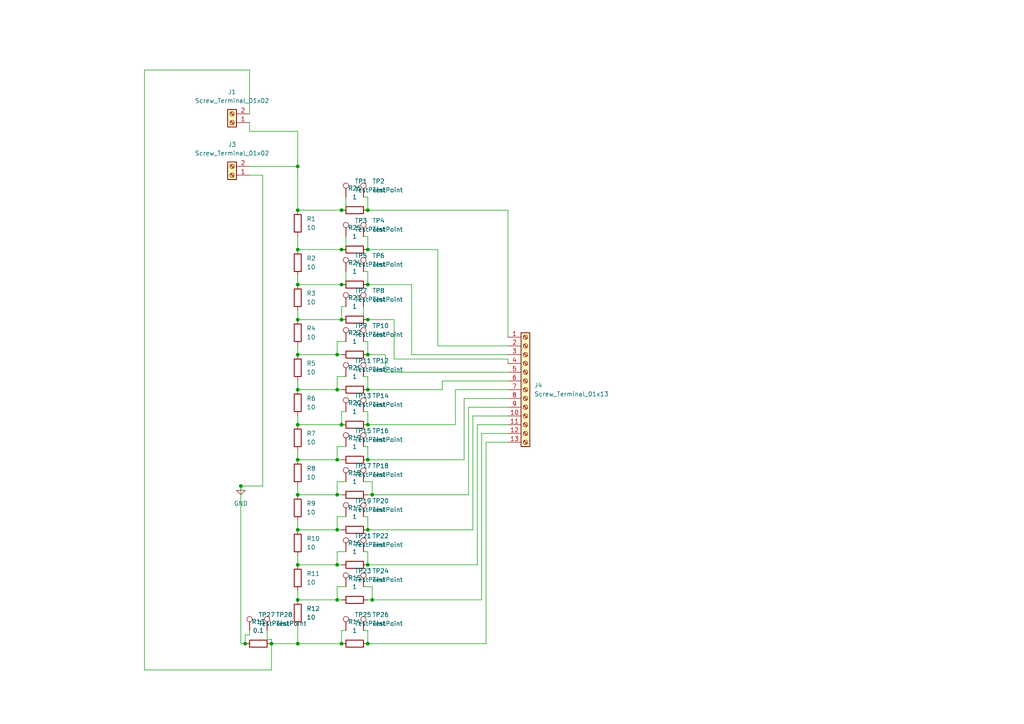
<source format=kicad_sch>
(kicad_sch (version 20231120) (generator "eeschema") (generator_version "8.0")
  (paper "A4")
  (lib_symbols
    (symbol "Connector:Screw_Terminal_01x02" (pin_names (offset 1.016) hide)
      (property "Reference" "J" (at 0 2.54 0))
      (property "Value" "Screw_Terminal_01x02" (at 0 -5.08 0))
      (symbol "Screw_Terminal_01x02_1_1"
        (rectangle (start -1.27 1.27) (end 1.27 -3.81) (stroke (width 0.254)) (fill (type background)))
        (circle (center 0 -2.54) (radius 0.635) (stroke (width 0.1524)))
        (polyline (pts (xy -0.5334 -2.2098) (xy 0.3302 -3.048)) (stroke (width 0.1524)))
        (polyline (pts (xy -0.5334 0.3302) (xy 0.3302 -0.508)) (stroke (width 0.1524)))
        (polyline (pts (xy -0.3556 -2.032) (xy 0.508 -2.8702)) (stroke (width 0.1524)))
        (polyline (pts (xy -0.3556 0.508) (xy 0.508 -0.3302)) (stroke (width 0.1524)))
        (circle (center 0 0) (radius 0.635) (stroke (width 0.1524)))
        (pin passive line (at -5.08 0 0) (length 3.81) (name "Pin_1") (number "1"))
        (pin passive line (at -5.08 -2.54 0) (length 3.81) (name "Pin_2") (number "2"))
      )
    )
    (symbol "Connector:Screw_Terminal_01x13" (pin_names (offset 1.016) hide)
      (property "Reference" "J" (at 0 17.78 0))
      (property "Value" "Screw_Terminal_01x13" (at 0 -17.78 0))
      (symbol "Screw_Terminal_01x13_1_1"
        (rectangle (start -1.27 16.51) (end 1.27 -16.51) (stroke (width 0.254)) (fill (type background)))
        (circle (center 0 -15.24) (radius 0.635) (stroke (width 0.1524)))
        (circle (center 0 -12.7) (radius 0.635) (stroke (width 0.1524)))
        (circle (center 0 -10.16) (radius 0.635) (stroke (width 0.1524)))
        (circle (center 0 -7.62) (radius 0.635) (stroke (width 0.1524)))
        (circle (center 0 -5.08) (radius 0.635) (stroke (width 0.1524)))
        (circle (center 0 -2.54) (radius 0.635) (stroke (width 0.1524)))
        (polyline (pts (xy -0.5334 -14.9098) (xy 0.3302 -15.748)) (stroke (width 0.1524)))
        (polyline (pts (xy -0.5334 -12.3698) (xy 0.3302 -13.208)) (stroke (width 0.1524)))
        (polyline (pts (xy -0.5334 -9.8298) (xy 0.3302 -10.668)) (stroke (width 0.1524)))
        (polyline (pts (xy -0.5334 -7.2898) (xy 0.3302 -8.128)) (stroke (width 0.1524)))
        (polyline (pts (xy -0.5334 -4.7498) (xy 0.3302 -5.588)) (stroke (width 0.1524)))
        (polyline (pts (xy -0.5334 -2.2098) (xy 0.3302 -3.048)) (stroke (width 0.1524)))
        (polyline (pts (xy -0.5334 0.3302) (xy 0.3302 -0.508)) (stroke (width 0.1524)))
        (polyline (pts (xy -0.5334 2.8702) (xy 0.3302 2.032)) (stroke (width 0.1524)))
        (polyline (pts (xy -0.5334 5.4102) (xy 0.3302 4.572)) (stroke (width 0.1524)))
        (polyline (pts (xy -0.5334 7.9502) (xy 0.3302 7.112)) (stroke (width 0.1524)))
        (polyline (pts (xy -0.5334 10.4902) (xy 0.3302 9.652)) (stroke (width 0.1524)))
        (polyline (pts (xy -0.5334 13.0302) (xy 0.3302 12.192)) (stroke (width 0.1524)))
        (polyline (pts (xy -0.5334 15.5702) (xy 0.3302 14.732)) (stroke (width 0.1524)))
        (polyline (pts (xy -0.3556 -14.732) (xy 0.508 -15.5702)) (stroke (width 0.1524)))
        (polyline (pts (xy -0.3556 -12.192) (xy 0.508 -13.0302)) (stroke (width 0.1524)))
        (polyline (pts (xy -0.3556 -9.652) (xy 0.508 -10.4902)) (stroke (width 0.1524)))
        (polyline (pts (xy -0.3556 -7.112) (xy 0.508 -7.9502)) (stroke (width 0.1524)))
        (polyline (pts (xy -0.3556 -4.572) (xy 0.508 -5.4102)) (stroke (width 0.1524)))
        (polyline (pts (xy -0.3556 -2.032) (xy 0.508 -2.8702)) (stroke (width 0.1524)))
        (polyline (pts (xy -0.3556 0.508) (xy 0.508 -0.3302)) (stroke (width 0.1524)))
        (polyline (pts (xy -0.3556 3.048) (xy 0.508 2.2098)) (stroke (width 0.1524)))
        (polyline (pts (xy -0.3556 5.588) (xy 0.508 4.7498)) (stroke (width 0.1524)))
        (polyline (pts (xy -0.3556 8.128) (xy 0.508 7.2898)) (stroke (width 0.1524)))
        (polyline (pts (xy -0.3556 10.668) (xy 0.508 9.8298)) (stroke (width 0.1524)))
        (polyline (pts (xy -0.3556 13.208) (xy 0.508 12.3698)) (stroke (width 0.1524)))
        (polyline (pts (xy -0.3556 15.748) (xy 0.508 14.9098)) (stroke (width 0.1524)))
        (circle (center 0 0) (radius 0.635) (stroke (width 0.1524)))
        (circle (center 0 2.54) (radius 0.635) (stroke (width 0.1524)))
        (circle (center 0 5.08) (radius 0.635) (stroke (width 0.1524)))
        (circle (center 0 7.62) (radius 0.635) (stroke (width 0.1524)))
        (circle (center 0 10.16) (radius 0.635) (stroke (width 0.1524)))
        (circle (center 0 12.7) (radius 0.635) (stroke (width 0.1524)))
        (circle (center 0 15.24) (radius 0.635) (stroke (width 0.1524)))
        (pin passive line (at -5.08 15.24 0) (length 3.81) (name "Pin_1") (number "1"))
        (pin passive line (at -5.08 -7.62 0) (length 3.81) (name "Pin_10") (number "10"))
        (pin passive line (at -5.08 -10.16 0) (length 3.81) (name "Pin_11") (number "11"))
        (pin passive line (at -5.08 -12.7 0) (length 3.81) (name "Pin_12") (number "12"))
        (pin passive line (at -5.08 -15.24 0) (length 3.81) (name "Pin_13") (number "13"))
        (pin passive line (at -5.08 12.7 0) (length 3.81) (name "Pin_2") (number "2"))
        (pin passive line (at -5.08 10.16 0) (length 3.81) (name "Pin_3") (number "3"))
        (pin passive line (at -5.08 7.62 0) (length 3.81) (name "Pin_4") (number "4"))
        (pin passive line (at -5.08 5.08 0) (length 3.81) (name "Pin_5") (number "5"))
        (pin passive line (at -5.08 2.54 0) (length 3.81) (name "Pin_6") (number "6"))
        (pin passive line (at -5.08 0 0) (length 3.81) (name "Pin_7") (number "7"))
        (pin passive line (at -5.08 -2.54 0) (length 3.81) (name "Pin_8") (number "8"))
        (pin passive line (at -5.08 -5.08 0) (length 3.81) (name "Pin_9") (number "9"))
      )
    )
    (symbol "Connector:TestPoint" (pin_numbers hide) (pin_names (offset 0.762) hide)
      (property "Reference" "TP" (at 0 6.858 0))
      (property "Value" "TestPoint" (at 0 5.08 0))
      (symbol "TestPoint_0_1"
        (circle (center 0 3.302) (radius 0.762))
      )
      (symbol "TestPoint_1_1"
        (pin passive line (at 0 0 90) (length 2.54) (name "1") (number "1"))
      )
    )
    (symbol "Device:R" (pin_numbers hide) (pin_names (offset 0))
      (property "Reference" "R" (at 2.032 0 90))
      (property "Value" "R" (at 0 0 90))
      (symbol "R_0_1"
        (rectangle (start -1.016 -2.54) (end 1.016 2.54) (stroke (width 0.254)))
      )
      (symbol "R_1_1"
        (pin passive line (at 0 3.81 270) (length 1.27) (name "~") (number "1"))
        (pin passive line (at 0 -3.81 90) (length 1.27) (name "~") (number "2"))
      )
    )
    (symbol "power:GND" (power) (pin_numbers hide) (pin_names (offset 0) hide)
      (property "Value" "GND" (at 0 -3.81 0))
      (symbol "GND_0_1"
        (polyline (pts (xy 0 0) (xy 0 -1.27) (xy 1.27 -1.27) (xy 0 -2.54) (xy -1.27 -1.27) (xy 0 -1.27)))
      )
      (symbol "GND_1_1"
        (pin power_in line (at 0 0 270) (length 0) (name "~") (number "1"))
      )
    )
  )
  (junction (at 71.12 186.69))
  (junction (at 97.79 143.51))
  (junction (at 86.36 72.39))
  (junction (at 106.68 92.71))
  (junction (at 107.95 173.99))
  (junction (at 97.79 102.87))
  (junction (at 97.79 173.99))
  (junction (at 86.36 173.99))
  (junction (at 97.79 153.67))
  (junction (at 106.68 133.35))
  (junction (at 97.79 113.03))
  (junction (at 97.79 163.83))
  (junction (at 99.06 92.71))
  (junction (at 106.68 153.67))
  (junction (at 106.68 60.96))
  (junction (at 86.36 92.71))
  (junction (at 107.95 143.51))
  (junction (at 99.06 72.39))
  (junction (at 86.36 60.96))
  (junction (at 99.06 82.55))
  (junction (at 86.36 186.69))
  (junction (at 106.68 186.69))
  (junction (at 106.68 113.03))
  (junction (at 86.36 143.51))
  (junction (at 86.36 123.19))
  (junction (at 86.36 102.87))
  (junction (at 97.79 133.35))
  (junction (at 106.68 82.55))
  (junction (at 106.68 72.39))
  (junction (at 106.68 123.19))
  (junction (at 86.36 48.26))
  (junction (at 86.36 133.35))
  (junction (at 86.36 82.55))
  (junction (at 106.68 102.87))
  (junction (at 99.06 186.69))
  (junction (at 69.85 140.97))
  (junction (at 99.06 60.96))
  (junction (at 78.74 186.69))
  (junction (at 86.36 153.67))
  (junction (at 106.68 163.83))
  (junction (at 99.06 123.19))
  (junction (at 86.36 163.83))
  (junction (at 86.36 113.03))
  (wire (pts (xy 147.32 123.19) (xy 138.43 123.19)))
  (wire (pts (xy 86.36 48.26) (xy 86.36 60.96)))
  (wire (pts (xy 105.41 139.7) (xy 107.95 139.7)))
  (wire (pts (xy 128.27 110.49) (xy 147.32 110.49)))
  (wire (pts (xy 86.36 82.55) (xy 99.06 82.55)))
  (wire (pts (xy 41.91 194.31) (xy 78.74 194.31)))
  (wire (pts (xy 128.27 113.03) (xy 128.27 110.49)))
  (wire (pts (xy 100.33 129.54) (xy 97.79 129.54)))
  (wire (pts (xy 86.36 113.03) (xy 97.79 113.03)))
  (wire (pts (xy 78.74 186.69) (xy 78.74 194.31)))
  (wire (pts (xy 86.36 173.99) (xy 97.79 173.99)))
  (wire (pts (xy 72.39 38.1) (xy 86.36 38.1)))
  (wire (pts (xy 77.47 185.42) (xy 78.74 185.42)))
  (wire (pts (xy 132.08 113.03) (xy 132.08 123.19)))
  (wire (pts (xy 100.33 160.02) (xy 97.79 160.02)))
  (wire (pts (xy 106.68 133.35) (xy 134.62 133.35)))
  (wire (pts (xy 97.79 109.22) (xy 97.79 113.03)))
  (wire (pts (xy 147.32 60.96) (xy 147.32 97.79)))
  (wire (pts (xy 105.41 119.38) (xy 106.68 119.38)))
  (wire (pts (xy 86.36 102.87) (xy 97.79 102.87)))
  (wire (pts (xy 147.32 102.87) (xy 119.38 102.87)))
  (wire (pts (xy 71.12 184.15) (xy 71.12 186.69)))
  (wire (pts (xy 114.3 92.71) (xy 114.3 104.14)))
  (wire (pts (xy 111.76 107.95) (xy 147.32 107.95)))
  (wire (pts (xy 86.36 181.61) (xy 86.36 186.69)))
  (wire (pts (xy 97.79 133.35) (xy 99.06 133.35)))
  (wire (pts (xy 97.79 163.83) (xy 99.06 163.83)))
  (wire (pts (xy 105.41 78.74) (xy 106.68 78.74)))
  (wire (pts (xy 86.36 140.97) (xy 86.36 143.51)))
  (wire (pts (xy 69.85 140.97) (xy 69.85 186.69)))
  (wire (pts (xy 97.79 99.06) (xy 97.79 102.87)))
  (wire (pts (xy 106.68 60.96) (xy 147.32 60.96)))
  (wire (pts (xy 72.39 184.15) (xy 71.12 184.15)))
  (wire (pts (xy 107.95 173.99) (xy 139.7 173.99)))
  (wire (pts (xy 105.41 160.02) (xy 106.68 160.02)))
  (wire (pts (xy 134.62 115.57) (xy 147.32 115.57)))
  (wire (pts (xy 134.62 133.35) (xy 134.62 115.57)))
  (wire (pts (xy 106.68 123.19) (xy 132.08 123.19)))
  (wire (pts (xy 99.06 182.88) (xy 99.06 186.69)))
  (wire (pts (xy 78.74 186.69) (xy 86.36 186.69)))
  (wire (pts (xy 127 100.33) (xy 147.32 100.33)))
  (wire (pts (xy 106.68 149.86) (xy 106.68 153.67)))
  (wire (pts (xy 97.79 102.87) (xy 99.06 102.87)))
  (wire (pts (xy 86.36 110.49) (xy 86.36 113.03)))
  (wire (pts (xy 137.16 153.67) (xy 137.16 120.65)))
  (wire (pts (xy 140.97 128.27) (xy 140.97 186.69)))
  (wire (pts (xy 86.36 123.19) (xy 99.06 123.19)))
  (wire (pts (xy 100.33 88.9) (xy 99.06 88.9)))
  (wire (pts (xy 100.33 182.88) (xy 99.06 182.88)))
  (wire (pts (xy 97.79 149.86) (xy 97.79 153.67)))
  (wire (pts (xy 106.68 60.96) (xy 106.68 57.15)))
  (wire (pts (xy 76.2 140.97) (xy 69.85 140.97)))
  (wire (pts (xy 86.36 92.71) (xy 99.06 92.71)))
  (wire (pts (xy 86.36 186.69) (xy 99.06 186.69)))
  (wire (pts (xy 97.79 170.18) (xy 97.79 173.99)))
  (wire (pts (xy 119.38 102.87) (xy 119.38 82.55)))
  (wire (pts (xy 147.32 128.27) (xy 140.97 128.27)))
  (wire (pts (xy 105.41 88.9) (xy 105.41 92.71)))
  (wire (pts (xy 100.33 99.06) (xy 97.79 99.06)))
  (wire (pts (xy 147.32 104.14) (xy 147.32 105.41)))
  (wire (pts (xy 86.36 60.96) (xy 99.06 60.96)))
  (wire (pts (xy 106.68 78.74) (xy 106.68 82.55)))
  (wire (pts (xy 86.36 120.65) (xy 86.36 123.19)))
  (wire (pts (xy 100.33 139.7) (xy 97.79 139.7)))
  (wire (pts (xy 105.41 109.22) (xy 106.68 109.22)))
  (wire (pts (xy 105.41 149.86) (xy 106.68 149.86)))
  (wire (pts (xy 97.79 153.67) (xy 99.06 153.67)))
  (wire (pts (xy 106.68 92.71) (xy 114.3 92.71)))
  (wire (pts (xy 111.76 102.87) (xy 111.76 107.95)))
  (wire (pts (xy 76.2 50.8) (xy 76.2 140.97)))
  (wire (pts (xy 72.39 48.26) (xy 86.36 48.26)))
  (wire (pts (xy 127 72.39) (xy 127 100.33)))
  (wire (pts (xy 86.36 90.17) (xy 86.36 92.71)))
  (wire (pts (xy 100.33 78.74) (xy 100.33 82.55)))
  (wire (pts (xy 86.36 153.67) (xy 97.79 153.67)))
  (wire (pts (xy 100.33 68.58) (xy 100.33 72.39)))
  (wire (pts (xy 97.79 129.54) (xy 97.79 133.35)))
  (wire (pts (xy 135.89 118.11) (xy 135.89 143.51)))
  (wire (pts (xy 106.68 102.87) (xy 111.76 102.87)))
  (wire (pts (xy 86.36 143.51) (xy 97.79 143.51)))
  (wire (pts (xy 97.79 173.99) (xy 99.06 173.99)))
  (wire (pts (xy 86.36 151.13) (xy 86.36 153.67)))
  (wire (pts (xy 106.68 163.83) (xy 138.43 163.83)))
  (wire (pts (xy 72.39 35.56) (xy 72.39 38.1)))
  (wire (pts (xy 114.3 104.14) (xy 147.32 104.14)))
  (wire (pts (xy 86.36 133.35) (xy 97.79 133.35)))
  (wire (pts (xy 78.74 185.42) (xy 78.74 186.69)))
  (wire (pts (xy 106.68 186.69) (xy 140.97 186.69)))
  (wire (pts (xy 100.33 57.15) (xy 100.33 60.96)))
  (wire (pts (xy 72.39 33.02) (xy 72.39 20.32)))
  (wire (pts (xy 106.68 182.88) (xy 106.68 186.69)))
  (wire (pts (xy 86.36 38.1) (xy 86.36 48.26)))
  (wire (pts (xy 86.36 72.39) (xy 99.06 72.39)))
  (wire (pts (xy 106.68 173.99) (xy 107.95 173.99)))
  (wire (pts (xy 97.79 143.51) (xy 99.06 143.51)))
  (wire (pts (xy 100.33 82.55) (xy 99.06 82.55)))
  (wire (pts (xy 100.33 170.18) (xy 97.79 170.18)))
  (wire (pts (xy 97.79 139.7) (xy 97.79 143.51)))
  (wire (pts (xy 105.41 57.15) (xy 106.68 57.15)))
  (wire (pts (xy 106.68 143.51) (xy 107.95 143.51)))
  (wire (pts (xy 135.89 143.51) (xy 107.95 143.51)))
  (wire (pts (xy 106.68 153.67) (xy 137.16 153.67)))
  (wire (pts (xy 139.7 125.73) (xy 147.32 125.73)))
  (wire (pts (xy 138.43 123.19) (xy 138.43 163.83)))
  (wire (pts (xy 105.41 182.88) (xy 106.68 182.88)))
  (wire (pts (xy 106.68 119.38) (xy 106.68 123.19)))
  (wire (pts (xy 99.06 119.38) (xy 99.06 123.19)))
  (wire (pts (xy 86.36 80.01) (xy 86.36 82.55)))
  (wire (pts (xy 105.41 170.18) (xy 107.95 170.18)))
  (wire (pts (xy 105.41 99.06) (xy 106.68 99.06)))
  (wire (pts (xy 106.68 72.39) (xy 127 72.39)))
  (wire (pts (xy 139.7 173.99) (xy 139.7 125.73)))
  (wire (pts (xy 100.33 109.22) (xy 97.79 109.22)))
  (wire (pts (xy 106.68 113.03) (xy 128.27 113.03)))
  (wire (pts (xy 86.36 130.81) (xy 86.36 133.35)))
  (wire (pts (xy 106.68 129.54) (xy 106.68 133.35)))
  (wire (pts (xy 97.79 160.02) (xy 97.79 163.83)))
  (wire (pts (xy 106.68 82.55) (xy 119.38 82.55)))
  (wire (pts (xy 105.41 68.58) (xy 106.68 68.58)))
  (wire (pts (xy 106.68 160.02) (xy 106.68 163.83)))
  (wire (pts (xy 86.36 68.58) (xy 86.36 72.39)))
  (wire (pts (xy 99.06 88.9) (xy 99.06 92.71)))
  (wire (pts (xy 72.39 20.32) (xy 41.91 20.32)))
  (wire (pts (xy 77.47 182.88) (xy 77.47 185.42)))
  (wire (pts (xy 100.33 60.96) (xy 99.06 60.96)))
  (wire (pts (xy 41.91 20.32) (xy 41.91 194.31)))
  (wire (pts (xy 100.33 149.86) (xy 97.79 149.86)))
  (wire (pts (xy 86.36 161.29) (xy 86.36 163.83)))
  (wire (pts (xy 86.36 100.33) (xy 86.36 102.87)))
  (wire (pts (xy 86.36 163.83) (xy 97.79 163.83)))
  (wire (pts (xy 86.36 171.45) (xy 86.36 173.99)))
  (wire (pts (xy 147.32 118.11) (xy 135.89 118.11)))
  (wire (pts (xy 100.33 119.38) (xy 99.06 119.38)))
  (wire (pts (xy 76.2 50.8) (xy 72.39 50.8)))
  (wire (pts (xy 97.79 113.03) (xy 99.06 113.03)))
  (wire (pts (xy 107.95 139.7) (xy 107.95 143.51)))
  (wire (pts (xy 106.68 68.58) (xy 106.68 72.39)))
  (wire (pts (xy 69.85 186.69) (xy 71.12 186.69)))
  (wire (pts (xy 137.16 120.65) (xy 147.32 120.65)))
  (wire (pts (xy 100.33 72.39) (xy 99.06 72.39)))
  (wire (pts (xy 105.41 92.71) (xy 106.68 92.71)))
  (wire (pts (xy 72.39 182.88) (xy 72.39 184.15)))
  (wire (pts (xy 106.68 99.06) (xy 106.68 102.87)))
  (wire (pts (xy 107.95 170.18) (xy 107.95 173.99)))
  (wire (pts (xy 105.41 129.54) (xy 106.68 129.54)))
  (wire (pts (xy 147.32 113.03) (xy 132.08 113.03)))
  (wire (pts (xy 106.68 109.22) (xy 106.68 113.03)))
  (symbol (lib_id "Connector:TestPoint") (at 105.41 149.86 0) (unit 1)
    (property "Reference" "TP20" (at 107.95 145.2879 0) (effects (justify left)))
    (property "Value" "TestPoint" (at 107.95 147.8279 0) (effects (justify left)))
    (property "Footprint" "TestPoint:TestPoint_Keystone_5010-5014_Multipurpose" (effects (hide yes)))
    (property "Description" "test point" (effects (hide yes)))
  )
  (symbol (lib_id "Device:R") (at 86.36 167.64 0) (unit 1)
    (property "Reference" "R11" (at 88.9 166.3699 0) (effects (justify left)))
    (property "Value" "10" (at 88.9 168.9099 0) (effects (justify left)))
    (property "Footprint" "Resistor_THT:R_Axial_DIN0918_L18.0mm_D9.0mm_P22.86mm_Horizontal" (effects (hide yes)))
    (property "Description" "Resistor" (effects (hide yes)))
  )
  (symbol (lib_id "Connector:TestPoint") (at 105.41 68.58 0) (unit 1)
    (property "Reference" "TP4" (at 107.95 64.0079 0) (effects (justify left)))
    (property "Value" "TestPoint" (at 107.95 66.5479 0) (effects (justify left)))
    (property "Footprint" "TestPoint:TestPoint_Keystone_5010-5014_Multipurpose" (effects (hide yes)))
    (property "Description" "test point" (effects (hide yes)))
  )
  (symbol (lib_id "Connector:TestPoint") (at 100.33 57.15 0) (unit 1)
    (property "Reference" "TP1" (at 102.87 52.5779 0) (effects (justify left)))
    (property "Value" "TestPoint" (at 102.87 55.1179 0) (effects (justify left)))
    (property "Footprint" "TestPoint:TestPoint_Keystone_5010-5014_Multipurpose" (effects (hide yes)))
    (property "Description" "test point" (effects (hide yes)))
  )
  (symbol (lib_id "Connector:TestPoint") (at 100.33 99.06 0) (unit 1)
    (property "Reference" "TP9" (at 102.87 94.4879 0) (effects (justify left)))
    (property "Value" "TestPoint" (at 102.87 97.0279 0) (effects (justify left)))
    (property "Footprint" "TestPoint:TestPoint_Keystone_5010-5014_Multipurpose" (effects (hide yes)))
    (property "Description" "test point" (effects (hide yes)))
  )
  (symbol (lib_id "Connector:TestPoint") (at 100.33 129.54 0) (unit 1)
    (property "Reference" "TP15" (at 102.87 124.9679 0) (effects (justify left)))
    (property "Value" "TestPoint" (at 102.87 127.5079 0) (effects (justify left)))
    (property "Footprint" "TestPoint:TestPoint_Keystone_5010-5014_Multipurpose" (effects (hide yes)))
    (property "Description" "test point" (effects (hide yes)))
  )
  (symbol (lib_id "Connector:TestPoint") (at 100.33 160.02 0) (unit 1)
    (property "Reference" "TP21" (at 102.87 155.4479 0) (effects (justify left)))
    (property "Value" "TestPoint" (at 102.87 157.9879 0) (effects (justify left)))
    (property "Footprint" "TestPoint:TestPoint_Keystone_5010-5014_Multipurpose" (effects (hide yes)))
    (property "Description" "test point" (effects (hide yes)))
  )
  (symbol (lib_id "Device:R") (at 102.87 72.39 90) (unit 1)
    (property "Reference" "R25" (at 102.87 66.04 90))
    (property "Value" "1" (at 102.87 68.58 90))
    (property "Footprint" "Resistor_SMD:R_0805_2012Metric" (effects (hide yes)))
    (property "Description" "Resistor" (effects (hide yes)))
  )
  (symbol (lib_id "Device:R") (at 102.87 102.87 90) (unit 1)
    (property "Reference" "R22" (at 102.87 96.52 90))
    (property "Value" "1" (at 102.87 99.06 90))
    (property "Footprint" "Resistor_SMD:R_0805_2012Metric" (effects (hide yes)))
    (property "Description" "Resistor" (effects (hide yes)))
  )
  (symbol (lib_id "Connector:TestPoint") (at 100.33 78.74 0) (unit 1)
    (property "Reference" "TP5" (at 102.87 74.1679 0) (effects (justify left)))
    (property "Value" "TestPoint" (at 102.87 76.7079 0) (effects (justify left)))
    (property "Footprint" "TestPoint:TestPoint_Keystone_5010-5014_Multipurpose" (effects (hide yes)))
    (property "Description" "test point" (effects (hide yes)))
  )
  (symbol (lib_id "Device:R") (at 86.36 64.77 0) (unit 1)
    (property "Reference" "R1" (at 88.9 63.4999 0) (effects (justify left)))
    (property "Value" "10" (at 88.9 66.0399 0) (effects (justify left)))
    (property "Footprint" "Resistor_THT:R_Axial_DIN0918_L18.0mm_D9.0mm_P22.86mm_Horizontal" (effects (hide yes)))
    (property "Description" "Resistor" (effects (hide yes)))
  )
  (symbol (lib_id "Device:R") (at 102.87 92.71 90) (unit 1)
    (property "Reference" "R23" (at 102.87 86.36 90))
    (property "Value" "1" (at 102.87 88.9 90))
    (property "Footprint" "Resistor_SMD:R_0805_2012Metric" (effects (hide yes)))
    (property "Description" "Resistor" (effects (hide yes)))
  )
  (symbol (lib_id "Connector:TestPoint") (at 105.41 170.18 0) (unit 1)
    (property "Reference" "TP24" (at 107.95 165.6079 0) (effects (justify left)))
    (property "Value" "TestPoint" (at 107.95 168.1479 0) (effects (justify left)))
    (property "Footprint" "TestPoint:TestPoint_Keystone_5010-5014_Multipurpose" (effects (hide yes)))
    (property "Description" "test point" (effects (hide yes)))
  )
  (symbol (lib_id "Device:R") (at 86.36 106.68 0) (unit 1)
    (property "Reference" "R5" (at 88.9 105.4099 0) (effects (justify left)))
    (property "Value" "10" (at 88.9 107.9499 0) (effects (justify left)))
    (property "Footprint" "Resistor_THT:R_Axial_DIN0918_L18.0mm_D9.0mm_P22.86mm_Horizontal" (effects (hide yes)))
    (property "Description" "Resistor" (effects (hide yes)))
  )
  (symbol (lib_id "Device:R") (at 102.87 153.67 90) (unit 1)
    (property "Reference" "R17" (at 102.87 147.32 90))
    (property "Value" "1" (at 102.87 149.86 90))
    (property "Footprint" "Resistor_SMD:R_0805_2012Metric" (effects (hide yes)))
    (property "Description" "Resistor" (effects (hide yes)))
  )
  (symbol (lib_id "Connector:TestPoint") (at 105.41 109.22 0) (unit 1)
    (property "Reference" "TP12" (at 107.95 104.6479 0) (effects (justify left)))
    (property "Value" "TestPoint" (at 107.95 107.1879 0) (effects (justify left)))
    (property "Footprint" "TestPoint:TestPoint_Keystone_5010-5014_Multipurpose" (effects (hide yes)))
    (property "Description" "test point" (effects (hide yes)))
  )
  (symbol (lib_id "Device:R") (at 86.36 86.36 0) (unit 1)
    (property "Reference" "R3" (at 88.9 85.0899 0) (effects (justify left)))
    (property "Value" "10" (at 88.9 87.6299 0) (effects (justify left)))
    (property "Footprint" "Resistor_THT:R_Axial_DIN0918_L18.0mm_D9.0mm_P22.86mm_Horizontal" (effects (hide yes)))
    (property "Description" "Resistor" (effects (hide yes)))
  )
  (symbol (lib_id "Device:R") (at 86.36 157.48 0) (unit 1)
    (property "Reference" "R10" (at 88.9 156.2099 0) (effects (justify left)))
    (property "Value" "10" (at 88.9 158.7499 0) (effects (justify left)))
    (property "Footprint" "Resistor_THT:R_Axial_DIN0918_L18.0mm_D9.0mm_P22.86mm_Horizontal" (effects (hide yes)))
    (property "Description" "Resistor" (effects (hide yes)))
  )
  (symbol (lib_id "Connector:TestPoint") (at 100.33 119.38 0) (unit 1)
    (property "Reference" "TP13" (at 102.87 114.8079 0) (effects (justify left)))
    (property "Value" "TestPoint" (at 102.87 117.3479 0) (effects (justify left)))
    (property "Footprint" "TestPoint:TestPoint_Keystone_5010-5014_Multipurpose" (effects (hide yes)))
    (property "Description" "test point" (effects (hide yes)))
  )
  (symbol (lib_id "Connector:TestPoint") (at 100.33 68.58 0) (unit 1)
    (property "Reference" "TP3" (at 102.87 64.0079 0) (effects (justify left)))
    (property "Value" "TestPoint" (at 102.87 66.5479 0) (effects (justify left)))
    (property "Footprint" "TestPoint:TestPoint_Keystone_5010-5014_Multipurpose" (effects (hide yes)))
    (property "Description" "test point" (effects (hide yes)))
  )
  (symbol (lib_id "Connector:TestPoint") (at 100.33 139.7 0) (unit 1)
    (property "Reference" "TP17" (at 102.87 135.1279 0) (effects (justify left)))
    (property "Value" "TestPoint" (at 102.87 137.6679 0) (effects (justify left)))
    (property "Footprint" "TestPoint:TestPoint_Keystone_5010-5014_Multipurpose" (effects (hide yes)))
    (property "Description" "test point" (effects (hide yes)))
  )
  (symbol (lib_id "Device:R") (at 86.36 76.2 0) (unit 1)
    (property "Reference" "R2" (at 88.9 74.9299 0) (effects (justify left)))
    (property "Value" "10" (at 88.9 77.4699 0) (effects (justify left)))
    (property "Footprint" "Resistor_THT:R_Axial_DIN0918_L18.0mm_D9.0mm_P22.86mm_Horizontal" (effects (hide yes)))
    (property "Description" "Resistor" (effects (hide yes)))
  )
  (symbol (lib_id "Device:R") (at 102.87 133.35 90) (unit 1)
    (property "Reference" "R19" (at 102.87 127 90))
    (property "Value" "1" (at 102.87 129.54 90))
    (property "Footprint" "Resistor_SMD:R_0805_2012Metric" (effects (hide yes)))
    (property "Description" "Resistor" (effects (hide yes)))
  )
  (symbol (lib_id "Device:R") (at 86.36 137.16 0) (unit 1)
    (property "Reference" "R8" (at 88.9 135.8899 0) (effects (justify left)))
    (property "Value" "10" (at 88.9 138.4299 0) (effects (justify left)))
    (property "Footprint" "Resistor_THT:R_Axial_DIN0918_L18.0mm_D9.0mm_P22.86mm_Horizontal" (effects (hide yes)))
    (property "Description" "Resistor" (effects (hide yes)))
  )
  (symbol (lib_id "Connector:TestPoint") (at 100.33 170.18 0) (unit 1)
    (property "Reference" "TP23" (at 102.87 165.6079 0) (effects (justify left)))
    (property "Value" "TestPoint" (at 102.87 168.1479 0) (effects (justify left)))
    (property "Footprint" "TestPoint:TestPoint_Keystone_5010-5014_Multipurpose" (effects (hide yes)))
    (property "Description" "test point" (effects (hide yes)))
  )
  (symbol (lib_id "Device:R") (at 102.87 60.96 90) (unit 1)
    (property "Reference" "R26" (at 102.87 54.61 90))
    (property "Value" "1" (at 102.87 57.15 90))
    (property "Footprint" "Resistor_SMD:R_0805_2012Metric" (effects (hide yes)))
    (property "Description" "Resistor" (effects (hide yes)))
  )
  (symbol (lib_id "Device:R") (at 86.36 116.84 0) (unit 1)
    (property "Reference" "R6" (at 88.9 115.5699 0) (effects (justify left)))
    (property "Value" "10" (at 88.9 118.1099 0) (effects (justify left)))
    (property "Footprint" "Resistor_THT:R_Axial_DIN0918_L18.0mm_D9.0mm_P22.86mm_Horizontal" (effects (hide yes)))
    (property "Description" "Resistor" (effects (hide yes)))
  )
  (symbol (lib_id "Device:R") (at 102.87 123.19 90) (unit 1)
    (property "Reference" "R20" (at 102.87 116.84 90))
    (property "Value" "1" (at 102.87 119.38 90))
    (property "Footprint" "Resistor_SMD:R_0805_2012Metric" (effects (hide yes)))
    (property "Description" "Resistor" (effects (hide yes)))
  )
  (symbol (lib_id "Connector:TestPoint") (at 105.41 129.54 0) (unit 1)
    (property "Reference" "TP16" (at 107.95 124.9679 0) (effects (justify left)))
    (property "Value" "TestPoint" (at 107.95 127.5079 0) (effects (justify left)))
    (property "Footprint" "TestPoint:TestPoint_Keystone_5010-5014_Multipurpose" (effects (hide yes)))
    (property "Description" "test point" (effects (hide yes)))
  )
  (symbol (lib_id "Device:R") (at 102.87 113.03 90) (unit 1)
    (property "Reference" "R21" (at 102.87 106.68 90))
    (property "Value" "1" (at 102.87 109.22 90))
    (property "Footprint" "Resistor_SMD:R_0805_2012Metric" (effects (hide yes)))
    (property "Description" "Resistor" (effects (hide yes)))
  )
  (symbol (lib_id "Connector:TestPoint") (at 105.41 57.15 0) (unit 1)
    (property "Reference" "TP2" (at 107.95 52.5779 0) (effects (justify left)))
    (property "Value" "TestPoint" (at 107.95 55.1179 0) (effects (justify left)))
    (property "Footprint" "TestPoint:TestPoint_Keystone_5010-5014_Multipurpose" (effects (hide yes)))
    (property "Description" "test point" (effects (hide yes)))
  )
  (symbol (lib_id "Connector:Screw_Terminal_01x13") (at 152.4 113.03 0) (unit 1)
    (property "Reference" "J4" (at 154.94 111.7599 0) (effects (justify left)))
    (property "Value" "Screw_Terminal_01x13" (at 154.94 114.2999 0) (effects (justify left)))
    (property "Footprint" "TerminalBlock:TerminalBlock_Xinya_XY308-2.54-13P_1x13_P2.54mm_Horizontal" (effects (hide yes)))
    (property "Description" "Generic screw terminal, single row, 01x13, script generated (kicad-library-utils/schlib/autogen/connector/)" (effects (hide yes)))
  )
  (symbol (lib_id "Device:R") (at 102.87 82.55 90) (unit 1)
    (property "Reference" "R24" (at 102.87 76.2 90))
    (property "Value" "1" (at 102.87 78.74 90))
    (property "Footprint" "Resistor_SMD:R_0805_2012Metric" (effects (hide yes)))
    (property "Description" "Resistor" (effects (hide yes)))
  )
  (symbol (lib_id "Device:R") (at 86.36 177.8 0) (unit 1)
    (property "Reference" "R12" (at 88.9 176.5299 0) (effects (justify left)))
    (property "Value" "10" (at 88.9 179.0699 0) (effects (justify left)))
    (property "Footprint" "Resistor_THT:R_Axial_DIN0918_L18.0mm_D9.0mm_P22.86mm_Horizontal" (effects (hide yes)))
    (property "Description" "Resistor" (effects (hide yes)))
  )
  (symbol (lib_id "Device:R") (at 86.36 147.32 0) (unit 1)
    (property "Reference" "R9" (at 88.9 146.0499 0) (effects (justify left)))
    (property "Value" "10" (at 88.9 148.5899 0) (effects (justify left)))
    (property "Footprint" "Resistor_THT:R_Axial_DIN0918_L18.0mm_D9.0mm_P22.86mm_Horizontal" (effects (hide yes)))
    (property "Description" "Resistor" (effects (hide yes)))
  )
  (symbol (lib_id "Connector:TestPoint") (at 100.33 182.88 0) (unit 1)
    (property "Reference" "TP25" (at 102.87 178.3079 0) (effects (justify left)))
    (property "Value" "TestPoint" (at 102.87 180.8479 0) (effects (justify left)))
    (property "Footprint" "TestPoint:TestPoint_Keystone_5010-5014_Multipurpose" (effects (hide yes)))
    (property "Description" "test point" (effects (hide yes)))
  )
  (symbol (lib_id "Device:R") (at 86.36 127 0) (unit 1)
    (property "Reference" "R7" (at 88.9 125.7299 0) (effects (justify left)))
    (property "Value" "10" (at 88.9 128.2699 0) (effects (justify left)))
    (property "Footprint" "Resistor_THT:R_Axial_DIN0918_L18.0mm_D9.0mm_P22.86mm_Horizontal" (effects (hide yes)))
    (property "Description" "Resistor" (effects (hide yes)))
  )
  (symbol (lib_id "Device:R") (at 102.87 163.83 90) (unit 1)
    (property "Reference" "R16" (at 102.87 157.48 90))
    (property "Value" "1" (at 102.87 160.02 90))
    (property "Footprint" "Resistor_SMD:R_0805_2012Metric" (effects (hide yes)))
    (property "Description" "Resistor" (effects (hide yes)))
  )
  (symbol (lib_id "Connector:TestPoint") (at 77.47 182.88 0) (unit 1)
    (property "Reference" "TP28" (at 80.01 178.3079 0) (effects (justify left)))
    (property "Value" "TestPoint" (at 80.01 180.8479 0) (effects (justify left)))
    (property "Footprint" "TestPoint:TestPoint_Keystone_5010-5014_Multipurpose" (effects (hide yes)))
    (property "Description" "test point" (effects (hide yes)))
  )
  (symbol (lib_id "Connector:Screw_Terminal_01x02") (at 67.31 35.56 180) (unit 1)
    (property "Reference" "J1" (at 67.31 26.67 0))
    (property "Value" "Screw_Terminal_01x02" (at 67.31 29.21 0))
    (property "Footprint" "TerminalBlock_4Ucon:TerminalBlock_4Ucon_1x02_P3.50mm_Horizontal" (effects (hide yes)))
    (property "Description" "Generic screw terminal, single row, 01x02, script generated (kicad-library-utils/schlib/autogen/connector/)" (effects (hide yes)))
  )
  (symbol (lib_id "Connector:TestPoint") (at 105.41 182.88 0) (unit 1)
    (property "Reference" "TP26" (at 107.95 178.3079 0) (effects (justify left)))
    (property "Value" "TestPoint" (at 107.95 180.8479 0) (effects (justify left)))
    (property "Footprint" "TestPoint:TestPoint_Keystone_5010-5014_Multipurpose" (effects (hide yes)))
    (property "Description" "test point" (effects (hide yes)))
  )
  (symbol (lib_id "Device:R") (at 86.36 96.52 0) (unit 1)
    (property "Reference" "R4" (at 88.9 95.2499 0) (effects (justify left)))
    (property "Value" "10" (at 88.9 97.7899 0) (effects (justify left)))
    (property "Footprint" "Resistor_THT:R_Axial_DIN0918_L18.0mm_D9.0mm_P22.86mm_Horizontal" (effects (hide yes)))
    (property "Description" "Resistor" (effects (hide yes)))
  )
  (symbol (lib_id "Connector:TestPoint") (at 100.33 109.22 0) (unit 1)
    (property "Reference" "TP11" (at 102.87 104.6479 0) (effects (justify left)))
    (property "Value" "TestPoint" (at 102.87 107.1879 0) (effects (justify left)))
    (property "Footprint" "TestPoint:TestPoint_Keystone_5010-5014_Multipurpose" (effects (hide yes)))
    (property "Description" "test point" (effects (hide yes)))
  )
  (symbol (lib_id "Device:R") (at 102.87 143.51 90) (unit 1)
    (property "Reference" "R18" (at 102.87 137.16 90))
    (property "Value" "1" (at 102.87 139.7 90))
    (property "Footprint" "Resistor_SMD:R_0805_2012Metric" (effects (hide yes)))
    (property "Description" "Resistor" (effects (hide yes)))
  )
  (symbol (lib_id "Connector:TestPoint") (at 105.41 119.38 0) (unit 1)
    (property "Reference" "TP14" (at 107.95 114.8079 0) (effects (justify left)))
    (property "Value" "TestPoint" (at 107.95 117.3479 0) (effects (justify left)))
    (property "Footprint" "TestPoint:TestPoint_Keystone_5010-5014_Multipurpose" (effects (hide yes)))
    (property "Description" "test point" (effects (hide yes)))
  )
  (symbol (lib_id "Device:R") (at 74.93 186.69 90) (unit 1)
    (property "Reference" "R13" (at 74.93 180.34 90))
    (property "Value" "0.1" (at 74.93 182.88 90))
    (property "Footprint" "Resistor_SMD:R_1206_3216Metric" (effects (hide yes)))
    (property "Description" "Resistor" (effects (hide yes)))
  )
  (symbol (lib_id "Connector:TestPoint") (at 105.41 139.7 0) (unit 1)
    (property "Reference" "TP18" (at 107.95 135.1279 0) (effects (justify left)))
    (property "Value" "TestPoint" (at 107.95 137.6679 0) (effects (justify left)))
    (property "Footprint" "TestPoint:TestPoint_Keystone_5010-5014_Multipurpose" (effects (hide yes)))
    (property "Description" "test point" (effects (hide yes)))
  )
  (symbol (lib_id "power:GND") (at 69.85 140.97 0) (unit 1)
    (property "Reference" "#PWR02" (effects (hide yes)))
    (property "Value" "GND" (at 69.85 146.05 0))
    (property "Description" "Power symbol creates a global label with name \"GND\" , ground" (effects (hide yes)))
  )
  (symbol (lib_id "Connector:TestPoint") (at 72.39 182.88 0) (unit 1)
    (property "Reference" "TP27" (at 74.93 178.3079 0) (effects (justify left)))
    (property "Value" "TestPoint" (at 74.93 180.8479 0) (effects (justify left)))
    (property "Footprint" "TestPoint:TestPoint_Keystone_5010-5014_Multipurpose" (effects (hide yes)))
    (property "Description" "test point" (effects (hide yes)))
  )
  (symbol (lib_id "Connector:TestPoint") (at 105.41 88.9 0) (unit 1)
    (property "Reference" "TP8" (at 107.95 84.3279 0) (effects (justify left)))
    (property "Value" "TestPoint" (at 107.95 86.8679 0) (effects (justify left)))
    (property "Footprint" "TestPoint:TestPoint_Keystone_5010-5014_Multipurpose" (effects (hide yes)))
    (property "Description" "test point" (effects (hide yes)))
  )
  (symbol (lib_id "Device:R") (at 102.87 186.69 90) (unit 1)
    (property "Reference" "R14" (at 102.87 180.34 90))
    (property "Value" "1" (at 102.87 182.88 90))
    (property "Footprint" "Resistor_SMD:R_0805_2012Metric" (effects (hide yes)))
    (property "Description" "Resistor" (effects (hide yes)))
  )
  (symbol (lib_id "Connector:TestPoint") (at 100.33 149.86 0) (unit 1)
    (property "Reference" "TP19" (at 102.87 145.2879 0) (effects (justify left)))
    (property "Value" "TestPoint" (at 102.87 147.8279 0) (effects (justify left)))
    (property "Footprint" "TestPoint:TestPoint_Keystone_5010-5014_Multipurpose" (effects (hide yes)))
    (property "Description" "test point" (effects (hide yes)))
  )
  (symbol (lib_id "Connector:TestPoint") (at 100.33 88.9 0) (unit 1)
    (property "Reference" "TP7" (at 102.87 84.3279 0) (effects (justify left)))
    (property "Value" "TestPoint" (at 102.87 86.8679 0) (effects (justify left)))
    (property "Footprint" "TestPoint:TestPoint_Keystone_5010-5014_Multipurpose" (effects (hide yes)))
    (property "Description" "test point" (effects (hide yes)))
  )
  (symbol (lib_id "Connector:TestPoint") (at 105.41 99.06 0) (unit 1)
    (property "Reference" "TP10" (at 107.95 94.4879 0) (effects (justify left)))
    (property "Value" "TestPoint" (at 107.95 97.0279 0) (effects (justify left)))
    (property "Footprint" "TestPoint:TestPoint_Keystone_5010-5014_Multipurpose" (effects (hide yes)))
    (property "Description" "test point" (effects (hide yes)))
  )
  (symbol (lib_id "Connector:TestPoint") (at 105.41 160.02 0) (unit 1)
    (property "Reference" "TP22" (at 107.95 155.4479 0) (effects (justify left)))
    (property "Value" "TestPoint" (at 107.95 157.9879 0) (effects (justify left)))
    (property "Footprint" "TestPoint:TestPoint_Keystone_5010-5014_Multipurpose" (effects (hide yes)))
    (property "Description" "test point" (effects (hide yes)))
  )
  (symbol (lib_id "Connector:Screw_Terminal_01x02") (at 67.31 50.8 180) (unit 1)
    (property "Reference" "J3" (at 67.31 41.91 0))
    (property "Value" "Screw_Terminal_01x02" (at 67.31 44.45 0))
    (property "Footprint" "TerminalBlock_4Ucon:TerminalBlock_4Ucon_1x02_P3.50mm_Horizontal" (effects (hide yes)))
    (property "Description" "Generic screw terminal, single row, 01x02, script generated (kicad-library-utils/schlib/autogen/connector/)" (effects (hide yes)))
  )
  (symbol (lib_id "Connector:TestPoint") (at 105.41 78.74 0) (unit 1)
    (property "Reference" "TP6" (at 107.95 74.1679 0) (effects (justify left)))
    (property "Value" "TestPoint" (at 107.95 76.7079 0) (effects (justify left)))
    (property "Footprint" "TestPoint:TestPoint_Keystone_5010-5014_Multipurpose" (effects (hide yes)))
    (property "Description" "test point" (effects (hide yes)))
  )
  (symbol (lib_id "Device:R") (at 102.87 173.99 90) (unit 1)
    (property "Reference" "R15" (at 102.87 167.64 90))
    (property "Value" "1" (at 102.87 170.18 90))
    (property "Footprint" "Resistor_SMD:R_0805_2012Metric" (effects (hide yes)))
    (property "Description" "Resistor" (effects (hide yes)))
  )
)
</source>
